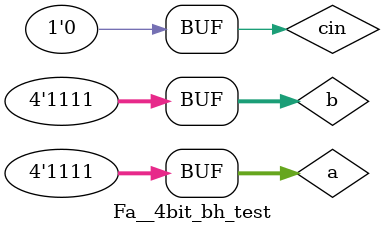
<source format=v>
`timescale 1ns/1ps
module Fa__4bit_bh_test;
reg [3:0]a,b;
reg cin;
wire [3:0]s;
wire cout;
Fa__4bit_bh uut(.s(s),.cout(cout),.a(a),.b(b),.cin(cin));
initial
begin
$monitor("a=%b , b=%b ,cin=%b ,s=%b ,cout=%b",a,b,cin,s,cout);
end
initial
begin 
a=4'b0000;b=4'b0000;cin=1'b0;
#10 a=4'b0001;b=4'b0001;cin=1'b1;
#10 a=4'b0010;b=4'b0010;cin=1'b0;
#10 a=4'b0011;b=4'b0011;cin=1'b1;
#10 a=4'b0100;b=4'b0100;cin=1'b0;
#10 a=4'b0101;b=4'b0101;cin=1'b1;
#10 a=4'b0111;b=4'b0111;cin=1'b0;
#10 a=4'b1110;b=4'b1110;cin=1'b1;
#10 a=4'b1111;b=4'b1111;cin=1'b0;
end
initial begin
    $dumpfile("Fawave1.vcd");
    $dumpvars();
  end
endmodule

</source>
